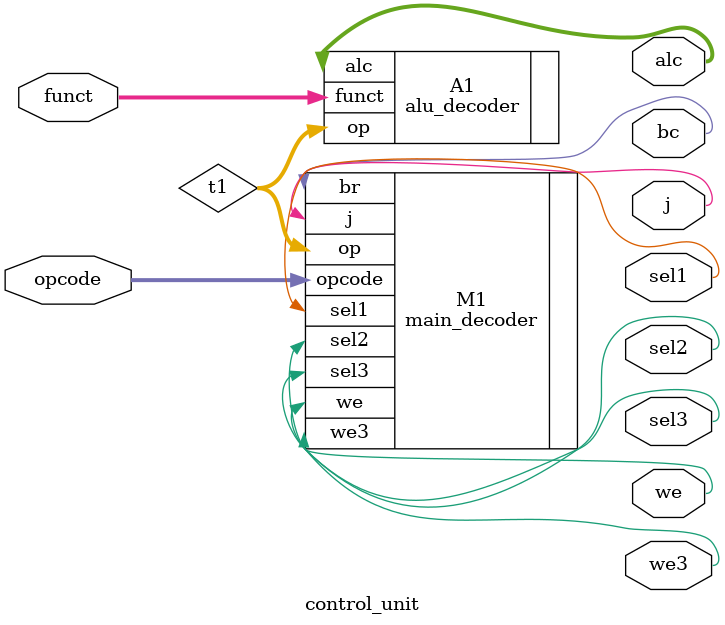
<source format=v>
`timescale 1ns / 1ps
module control_unit(opcode,funct,we,we3,sel1,sel2,sel3,j,bc,alc);
input [5:0]opcode,funct;
output we,we3,sel1,sel2,sel3,j,bc;
output [2:0]alc;
wire [2:0]t1;

main_decoder M1 (.opcode(opcode),.sel1(sel1),.sel2(sel2),.sel3(sel3),.we(we),.we3(we3),.br(bc),.j(j),.op(t1));
alu_decoder A1 (.funct(funct),.op(t1),.alc(alc));
endmodule

</source>
